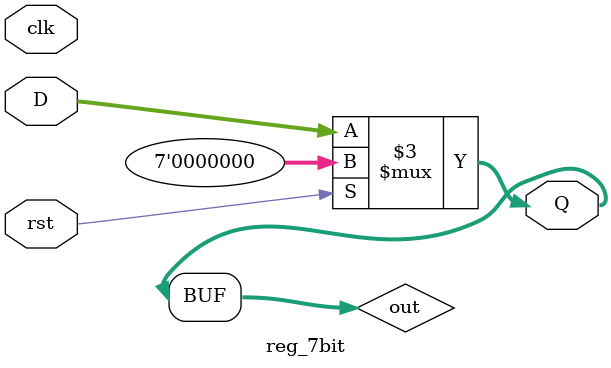
<source format=v>
`timescale 1ns / 1ps
module reg_7bit(
		input [6:0] D,
		output [6:0] Q,
		input clk,
		input rst
    );
	 
	 reg [6:0] out;
	 assign Q = out;
	 
	 always @(*)
	 begin
		if (rst) begin
			out <= 0;
		end
		else begin
			out <= D;
		end
	 end


endmodule

</source>
